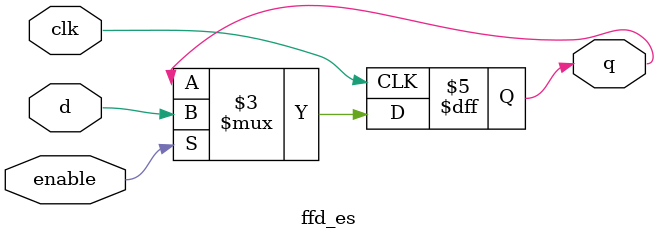
<source format=v>
module ffd_es (
	input d,
	input clk,
	input enable,
	output q
);
//------------Variables Internas--------
reg q;

//-------------Descripcion---------
always @ (posedge clk)
if (enable) begin
  q <= d;
end  else begin
  q <= q;
end

endmodule //Fin del modulo

</source>
